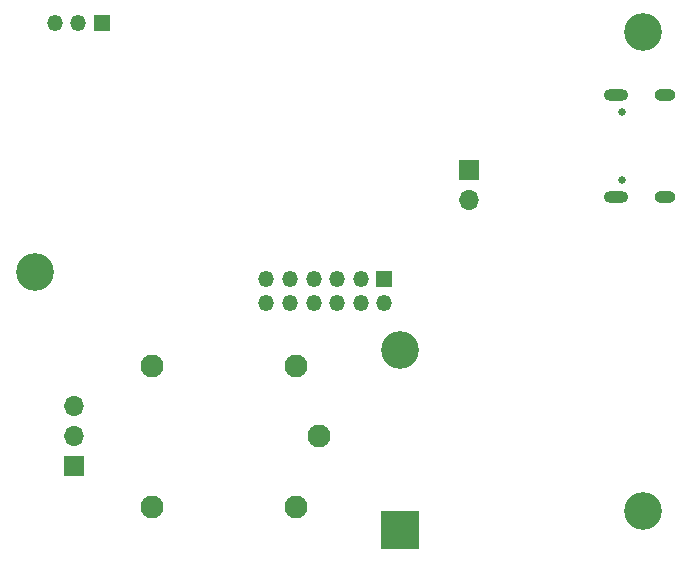
<source format=gbs>
G04 #@! TF.GenerationSoftware,KiCad,Pcbnew,8.0.8*
G04 #@! TF.CreationDate,2025-07-04T19:36:45+02:00*
G04 #@! TF.ProjectId,LaunchControl,4c61756e-6368-4436-9f6e-74726f6c2e6b,rev?*
G04 #@! TF.SameCoordinates,Original*
G04 #@! TF.FileFunction,Soldermask,Bot*
G04 #@! TF.FilePolarity,Negative*
%FSLAX46Y46*%
G04 Gerber Fmt 4.6, Leading zero omitted, Abs format (unit mm)*
G04 Created by KiCad (PCBNEW 8.0.8) date 2025-07-04 19:36:45*
%MOMM*%
%LPD*%
G01*
G04 APERTURE LIST*
%ADD10C,3.200000*%
%ADD11C,0.650000*%
%ADD12O,2.100000X1.000000*%
%ADD13O,1.800000X1.000000*%
%ADD14R,1.350000X1.350000*%
%ADD15O,1.350000X1.350000*%
%ADD16C,1.950000*%
%ADD17R,3.200000X3.200000*%
%ADD18O,3.200000X3.200000*%
%ADD19R,1.700000X1.700000*%
%ADD20O,1.700000X1.700000*%
G04 APERTURE END LIST*
D10*
G04 #@! TO.C,H2*
X164400000Y-83800000D03*
G04 #@! TD*
D11*
G04 #@! TO.C,J6*
X162595000Y-55790000D03*
X162595000Y-50010000D03*
D12*
X162095000Y-57220000D03*
D13*
X166275000Y-57220000D03*
D12*
X162095000Y-48580000D03*
D13*
X166275000Y-48580000D03*
G04 #@! TD*
D14*
G04 #@! TO.C,J1*
X142500000Y-64200000D03*
D15*
X142500000Y-66200001D03*
X140499999Y-64200000D03*
X140500000Y-66200000D03*
X138500000Y-64200000D03*
X138499999Y-66200000D03*
X136500000Y-64200000D03*
X136500000Y-66200000D03*
X134500000Y-64200000D03*
X134500000Y-66200000D03*
X132500000Y-64200000D03*
X132500000Y-66200000D03*
G04 #@! TD*
D14*
G04 #@! TO.C,SW1*
X118600000Y-42500000D03*
D15*
X116599999Y-42500000D03*
X114600000Y-42500000D03*
G04 #@! TD*
D16*
G04 #@! TO.C,K1*
X135000000Y-71500001D03*
X122800000Y-71500001D03*
X122800000Y-83500001D03*
X135000000Y-83500000D03*
X137000000Y-77500001D03*
G04 #@! TD*
D17*
G04 #@! TO.C,D3*
X143800000Y-85400000D03*
D18*
X143800000Y-70160000D03*
G04 #@! TD*
D19*
G04 #@! TO.C,J2*
X149700000Y-54960000D03*
D20*
X149700000Y-57500000D03*
G04 #@! TD*
D19*
G04 #@! TO.C,J5*
X116200000Y-80000000D03*
D20*
X116200000Y-77460000D03*
X116200000Y-74920001D03*
G04 #@! TD*
D10*
G04 #@! TO.C,H3*
X112950000Y-63550000D03*
G04 #@! TD*
G04 #@! TO.C,H1*
X164387951Y-43300000D03*
G04 #@! TD*
M02*

</source>
